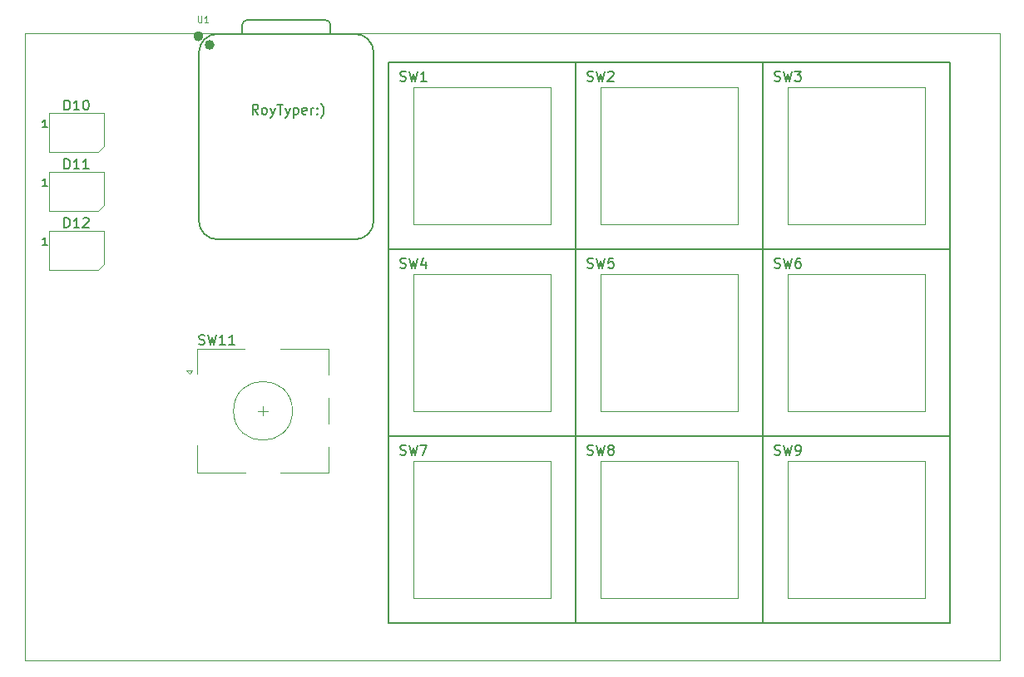
<source format=gbr>
%TF.GenerationSoftware,KiCad,Pcbnew,8.0.8*%
%TF.CreationDate,2025-02-16T15:54:53+05:30*%
%TF.ProjectId,RoyTyper,526f7954-7970-4657-922e-6b696361645f,rev?*%
%TF.SameCoordinates,Original*%
%TF.FileFunction,Legend,Top*%
%TF.FilePolarity,Positive*%
%FSLAX46Y46*%
G04 Gerber Fmt 4.6, Leading zero omitted, Abs format (unit mm)*
G04 Created by KiCad (PCBNEW 8.0.8) date 2025-02-16 15:54:53*
%MOMM*%
%LPD*%
G01*
G04 APERTURE LIST*
%ADD10C,0.150000*%
%ADD11C,0.101600*%
%ADD12C,0.120000*%
%ADD13C,0.127000*%
%ADD14C,0.100000*%
%ADD15C,0.504000*%
%TA.AperFunction,Profile*%
%ADD16C,0.050000*%
%TD*%
G04 APERTURE END LIST*
D10*
X57260714Y-77154819D02*
X57260714Y-76154819D01*
X57260714Y-76154819D02*
X57498809Y-76154819D01*
X57498809Y-76154819D02*
X57641666Y-76202438D01*
X57641666Y-76202438D02*
X57736904Y-76297676D01*
X57736904Y-76297676D02*
X57784523Y-76392914D01*
X57784523Y-76392914D02*
X57832142Y-76583390D01*
X57832142Y-76583390D02*
X57832142Y-76726247D01*
X57832142Y-76726247D02*
X57784523Y-76916723D01*
X57784523Y-76916723D02*
X57736904Y-77011961D01*
X57736904Y-77011961D02*
X57641666Y-77107200D01*
X57641666Y-77107200D02*
X57498809Y-77154819D01*
X57498809Y-77154819D02*
X57260714Y-77154819D01*
X58784523Y-77154819D02*
X58213095Y-77154819D01*
X58498809Y-77154819D02*
X58498809Y-76154819D01*
X58498809Y-76154819D02*
X58403571Y-76297676D01*
X58403571Y-76297676D02*
X58308333Y-76392914D01*
X58308333Y-76392914D02*
X58213095Y-76440533D01*
X59165476Y-76250057D02*
X59213095Y-76202438D01*
X59213095Y-76202438D02*
X59308333Y-76154819D01*
X59308333Y-76154819D02*
X59546428Y-76154819D01*
X59546428Y-76154819D02*
X59641666Y-76202438D01*
X59641666Y-76202438D02*
X59689285Y-76250057D01*
X59689285Y-76250057D02*
X59736904Y-76345295D01*
X59736904Y-76345295D02*
X59736904Y-76440533D01*
X59736904Y-76440533D02*
X59689285Y-76583390D01*
X59689285Y-76583390D02*
X59117857Y-77154819D01*
X59117857Y-77154819D02*
X59736904Y-77154819D01*
X55503571Y-78937295D02*
X55046428Y-78937295D01*
X55275000Y-78937295D02*
X55275000Y-78137295D01*
X55275000Y-78137295D02*
X55198809Y-78251580D01*
X55198809Y-78251580D02*
X55122619Y-78327771D01*
X55122619Y-78327771D02*
X55046428Y-78365866D01*
X129556667Y-62177200D02*
X129699524Y-62224819D01*
X129699524Y-62224819D02*
X129937619Y-62224819D01*
X129937619Y-62224819D02*
X130032857Y-62177200D01*
X130032857Y-62177200D02*
X130080476Y-62129580D01*
X130080476Y-62129580D02*
X130128095Y-62034342D01*
X130128095Y-62034342D02*
X130128095Y-61939104D01*
X130128095Y-61939104D02*
X130080476Y-61843866D01*
X130080476Y-61843866D02*
X130032857Y-61796247D01*
X130032857Y-61796247D02*
X129937619Y-61748628D01*
X129937619Y-61748628D02*
X129747143Y-61701009D01*
X129747143Y-61701009D02*
X129651905Y-61653390D01*
X129651905Y-61653390D02*
X129604286Y-61605771D01*
X129604286Y-61605771D02*
X129556667Y-61510533D01*
X129556667Y-61510533D02*
X129556667Y-61415295D01*
X129556667Y-61415295D02*
X129604286Y-61320057D01*
X129604286Y-61320057D02*
X129651905Y-61272438D01*
X129651905Y-61272438D02*
X129747143Y-61224819D01*
X129747143Y-61224819D02*
X129985238Y-61224819D01*
X129985238Y-61224819D02*
X130128095Y-61272438D01*
X130461429Y-61224819D02*
X130699524Y-62224819D01*
X130699524Y-62224819D02*
X130890000Y-61510533D01*
X130890000Y-61510533D02*
X131080476Y-62224819D01*
X131080476Y-62224819D02*
X131318572Y-61224819D01*
X131604286Y-61224819D02*
X132223333Y-61224819D01*
X132223333Y-61224819D02*
X131890000Y-61605771D01*
X131890000Y-61605771D02*
X132032857Y-61605771D01*
X132032857Y-61605771D02*
X132128095Y-61653390D01*
X132128095Y-61653390D02*
X132175714Y-61701009D01*
X132175714Y-61701009D02*
X132223333Y-61796247D01*
X132223333Y-61796247D02*
X132223333Y-62034342D01*
X132223333Y-62034342D02*
X132175714Y-62129580D01*
X132175714Y-62129580D02*
X132128095Y-62177200D01*
X132128095Y-62177200D02*
X132032857Y-62224819D01*
X132032857Y-62224819D02*
X131747143Y-62224819D01*
X131747143Y-62224819D02*
X131651905Y-62177200D01*
X131651905Y-62177200D02*
X131604286Y-62129580D01*
X129556667Y-81227200D02*
X129699524Y-81274819D01*
X129699524Y-81274819D02*
X129937619Y-81274819D01*
X129937619Y-81274819D02*
X130032857Y-81227200D01*
X130032857Y-81227200D02*
X130080476Y-81179580D01*
X130080476Y-81179580D02*
X130128095Y-81084342D01*
X130128095Y-81084342D02*
X130128095Y-80989104D01*
X130128095Y-80989104D02*
X130080476Y-80893866D01*
X130080476Y-80893866D02*
X130032857Y-80846247D01*
X130032857Y-80846247D02*
X129937619Y-80798628D01*
X129937619Y-80798628D02*
X129747143Y-80751009D01*
X129747143Y-80751009D02*
X129651905Y-80703390D01*
X129651905Y-80703390D02*
X129604286Y-80655771D01*
X129604286Y-80655771D02*
X129556667Y-80560533D01*
X129556667Y-80560533D02*
X129556667Y-80465295D01*
X129556667Y-80465295D02*
X129604286Y-80370057D01*
X129604286Y-80370057D02*
X129651905Y-80322438D01*
X129651905Y-80322438D02*
X129747143Y-80274819D01*
X129747143Y-80274819D02*
X129985238Y-80274819D01*
X129985238Y-80274819D02*
X130128095Y-80322438D01*
X130461429Y-80274819D02*
X130699524Y-81274819D01*
X130699524Y-81274819D02*
X130890000Y-80560533D01*
X130890000Y-80560533D02*
X131080476Y-81274819D01*
X131080476Y-81274819D02*
X131318572Y-80274819D01*
X132128095Y-80274819D02*
X131937619Y-80274819D01*
X131937619Y-80274819D02*
X131842381Y-80322438D01*
X131842381Y-80322438D02*
X131794762Y-80370057D01*
X131794762Y-80370057D02*
X131699524Y-80512914D01*
X131699524Y-80512914D02*
X131651905Y-80703390D01*
X131651905Y-80703390D02*
X131651905Y-81084342D01*
X131651905Y-81084342D02*
X131699524Y-81179580D01*
X131699524Y-81179580D02*
X131747143Y-81227200D01*
X131747143Y-81227200D02*
X131842381Y-81274819D01*
X131842381Y-81274819D02*
X132032857Y-81274819D01*
X132032857Y-81274819D02*
X132128095Y-81227200D01*
X132128095Y-81227200D02*
X132175714Y-81179580D01*
X132175714Y-81179580D02*
X132223333Y-81084342D01*
X132223333Y-81084342D02*
X132223333Y-80846247D01*
X132223333Y-80846247D02*
X132175714Y-80751009D01*
X132175714Y-80751009D02*
X132128095Y-80703390D01*
X132128095Y-80703390D02*
X132032857Y-80655771D01*
X132032857Y-80655771D02*
X131842381Y-80655771D01*
X131842381Y-80655771D02*
X131747143Y-80703390D01*
X131747143Y-80703390D02*
X131699524Y-80751009D01*
X131699524Y-80751009D02*
X131651905Y-80846247D01*
X91456667Y-62177200D02*
X91599524Y-62224819D01*
X91599524Y-62224819D02*
X91837619Y-62224819D01*
X91837619Y-62224819D02*
X91932857Y-62177200D01*
X91932857Y-62177200D02*
X91980476Y-62129580D01*
X91980476Y-62129580D02*
X92028095Y-62034342D01*
X92028095Y-62034342D02*
X92028095Y-61939104D01*
X92028095Y-61939104D02*
X91980476Y-61843866D01*
X91980476Y-61843866D02*
X91932857Y-61796247D01*
X91932857Y-61796247D02*
X91837619Y-61748628D01*
X91837619Y-61748628D02*
X91647143Y-61701009D01*
X91647143Y-61701009D02*
X91551905Y-61653390D01*
X91551905Y-61653390D02*
X91504286Y-61605771D01*
X91504286Y-61605771D02*
X91456667Y-61510533D01*
X91456667Y-61510533D02*
X91456667Y-61415295D01*
X91456667Y-61415295D02*
X91504286Y-61320057D01*
X91504286Y-61320057D02*
X91551905Y-61272438D01*
X91551905Y-61272438D02*
X91647143Y-61224819D01*
X91647143Y-61224819D02*
X91885238Y-61224819D01*
X91885238Y-61224819D02*
X92028095Y-61272438D01*
X92361429Y-61224819D02*
X92599524Y-62224819D01*
X92599524Y-62224819D02*
X92790000Y-61510533D01*
X92790000Y-61510533D02*
X92980476Y-62224819D01*
X92980476Y-62224819D02*
X93218572Y-61224819D01*
X94123333Y-62224819D02*
X93551905Y-62224819D01*
X93837619Y-62224819D02*
X93837619Y-61224819D01*
X93837619Y-61224819D02*
X93742381Y-61367676D01*
X93742381Y-61367676D02*
X93647143Y-61462914D01*
X93647143Y-61462914D02*
X93551905Y-61510533D01*
X91456667Y-81227200D02*
X91599524Y-81274819D01*
X91599524Y-81274819D02*
X91837619Y-81274819D01*
X91837619Y-81274819D02*
X91932857Y-81227200D01*
X91932857Y-81227200D02*
X91980476Y-81179580D01*
X91980476Y-81179580D02*
X92028095Y-81084342D01*
X92028095Y-81084342D02*
X92028095Y-80989104D01*
X92028095Y-80989104D02*
X91980476Y-80893866D01*
X91980476Y-80893866D02*
X91932857Y-80846247D01*
X91932857Y-80846247D02*
X91837619Y-80798628D01*
X91837619Y-80798628D02*
X91647143Y-80751009D01*
X91647143Y-80751009D02*
X91551905Y-80703390D01*
X91551905Y-80703390D02*
X91504286Y-80655771D01*
X91504286Y-80655771D02*
X91456667Y-80560533D01*
X91456667Y-80560533D02*
X91456667Y-80465295D01*
X91456667Y-80465295D02*
X91504286Y-80370057D01*
X91504286Y-80370057D02*
X91551905Y-80322438D01*
X91551905Y-80322438D02*
X91647143Y-80274819D01*
X91647143Y-80274819D02*
X91885238Y-80274819D01*
X91885238Y-80274819D02*
X92028095Y-80322438D01*
X92361429Y-80274819D02*
X92599524Y-81274819D01*
X92599524Y-81274819D02*
X92790000Y-80560533D01*
X92790000Y-80560533D02*
X92980476Y-81274819D01*
X92980476Y-81274819D02*
X93218572Y-80274819D01*
X94028095Y-80608152D02*
X94028095Y-81274819D01*
X93790000Y-80227200D02*
X93551905Y-80941485D01*
X93551905Y-80941485D02*
X94170952Y-80941485D01*
X110506667Y-81227200D02*
X110649524Y-81274819D01*
X110649524Y-81274819D02*
X110887619Y-81274819D01*
X110887619Y-81274819D02*
X110982857Y-81227200D01*
X110982857Y-81227200D02*
X111030476Y-81179580D01*
X111030476Y-81179580D02*
X111078095Y-81084342D01*
X111078095Y-81084342D02*
X111078095Y-80989104D01*
X111078095Y-80989104D02*
X111030476Y-80893866D01*
X111030476Y-80893866D02*
X110982857Y-80846247D01*
X110982857Y-80846247D02*
X110887619Y-80798628D01*
X110887619Y-80798628D02*
X110697143Y-80751009D01*
X110697143Y-80751009D02*
X110601905Y-80703390D01*
X110601905Y-80703390D02*
X110554286Y-80655771D01*
X110554286Y-80655771D02*
X110506667Y-80560533D01*
X110506667Y-80560533D02*
X110506667Y-80465295D01*
X110506667Y-80465295D02*
X110554286Y-80370057D01*
X110554286Y-80370057D02*
X110601905Y-80322438D01*
X110601905Y-80322438D02*
X110697143Y-80274819D01*
X110697143Y-80274819D02*
X110935238Y-80274819D01*
X110935238Y-80274819D02*
X111078095Y-80322438D01*
X111411429Y-80274819D02*
X111649524Y-81274819D01*
X111649524Y-81274819D02*
X111840000Y-80560533D01*
X111840000Y-80560533D02*
X112030476Y-81274819D01*
X112030476Y-81274819D02*
X112268572Y-80274819D01*
X113125714Y-80274819D02*
X112649524Y-80274819D01*
X112649524Y-80274819D02*
X112601905Y-80751009D01*
X112601905Y-80751009D02*
X112649524Y-80703390D01*
X112649524Y-80703390D02*
X112744762Y-80655771D01*
X112744762Y-80655771D02*
X112982857Y-80655771D01*
X112982857Y-80655771D02*
X113078095Y-80703390D01*
X113078095Y-80703390D02*
X113125714Y-80751009D01*
X113125714Y-80751009D02*
X113173333Y-80846247D01*
X113173333Y-80846247D02*
X113173333Y-81084342D01*
X113173333Y-81084342D02*
X113125714Y-81179580D01*
X113125714Y-81179580D02*
X113078095Y-81227200D01*
X113078095Y-81227200D02*
X112982857Y-81274819D01*
X112982857Y-81274819D02*
X112744762Y-81274819D01*
X112744762Y-81274819D02*
X112649524Y-81227200D01*
X112649524Y-81227200D02*
X112601905Y-81179580D01*
X110506667Y-62177200D02*
X110649524Y-62224819D01*
X110649524Y-62224819D02*
X110887619Y-62224819D01*
X110887619Y-62224819D02*
X110982857Y-62177200D01*
X110982857Y-62177200D02*
X111030476Y-62129580D01*
X111030476Y-62129580D02*
X111078095Y-62034342D01*
X111078095Y-62034342D02*
X111078095Y-61939104D01*
X111078095Y-61939104D02*
X111030476Y-61843866D01*
X111030476Y-61843866D02*
X110982857Y-61796247D01*
X110982857Y-61796247D02*
X110887619Y-61748628D01*
X110887619Y-61748628D02*
X110697143Y-61701009D01*
X110697143Y-61701009D02*
X110601905Y-61653390D01*
X110601905Y-61653390D02*
X110554286Y-61605771D01*
X110554286Y-61605771D02*
X110506667Y-61510533D01*
X110506667Y-61510533D02*
X110506667Y-61415295D01*
X110506667Y-61415295D02*
X110554286Y-61320057D01*
X110554286Y-61320057D02*
X110601905Y-61272438D01*
X110601905Y-61272438D02*
X110697143Y-61224819D01*
X110697143Y-61224819D02*
X110935238Y-61224819D01*
X110935238Y-61224819D02*
X111078095Y-61272438D01*
X111411429Y-61224819D02*
X111649524Y-62224819D01*
X111649524Y-62224819D02*
X111840000Y-61510533D01*
X111840000Y-61510533D02*
X112030476Y-62224819D01*
X112030476Y-62224819D02*
X112268572Y-61224819D01*
X112601905Y-61320057D02*
X112649524Y-61272438D01*
X112649524Y-61272438D02*
X112744762Y-61224819D01*
X112744762Y-61224819D02*
X112982857Y-61224819D01*
X112982857Y-61224819D02*
X113078095Y-61272438D01*
X113078095Y-61272438D02*
X113125714Y-61320057D01*
X113125714Y-61320057D02*
X113173333Y-61415295D01*
X113173333Y-61415295D02*
X113173333Y-61510533D01*
X113173333Y-61510533D02*
X113125714Y-61653390D01*
X113125714Y-61653390D02*
X112554286Y-62224819D01*
X112554286Y-62224819D02*
X113173333Y-62224819D01*
X70965476Y-89032200D02*
X71108333Y-89079819D01*
X71108333Y-89079819D02*
X71346428Y-89079819D01*
X71346428Y-89079819D02*
X71441666Y-89032200D01*
X71441666Y-89032200D02*
X71489285Y-88984580D01*
X71489285Y-88984580D02*
X71536904Y-88889342D01*
X71536904Y-88889342D02*
X71536904Y-88794104D01*
X71536904Y-88794104D02*
X71489285Y-88698866D01*
X71489285Y-88698866D02*
X71441666Y-88651247D01*
X71441666Y-88651247D02*
X71346428Y-88603628D01*
X71346428Y-88603628D02*
X71155952Y-88556009D01*
X71155952Y-88556009D02*
X71060714Y-88508390D01*
X71060714Y-88508390D02*
X71013095Y-88460771D01*
X71013095Y-88460771D02*
X70965476Y-88365533D01*
X70965476Y-88365533D02*
X70965476Y-88270295D01*
X70965476Y-88270295D02*
X71013095Y-88175057D01*
X71013095Y-88175057D02*
X71060714Y-88127438D01*
X71060714Y-88127438D02*
X71155952Y-88079819D01*
X71155952Y-88079819D02*
X71394047Y-88079819D01*
X71394047Y-88079819D02*
X71536904Y-88127438D01*
X71870238Y-88079819D02*
X72108333Y-89079819D01*
X72108333Y-89079819D02*
X72298809Y-88365533D01*
X72298809Y-88365533D02*
X72489285Y-89079819D01*
X72489285Y-89079819D02*
X72727381Y-88079819D01*
X73632142Y-89079819D02*
X73060714Y-89079819D01*
X73346428Y-89079819D02*
X73346428Y-88079819D01*
X73346428Y-88079819D02*
X73251190Y-88222676D01*
X73251190Y-88222676D02*
X73155952Y-88317914D01*
X73155952Y-88317914D02*
X73060714Y-88365533D01*
X74584523Y-89079819D02*
X74013095Y-89079819D01*
X74298809Y-89079819D02*
X74298809Y-88079819D01*
X74298809Y-88079819D02*
X74203571Y-88222676D01*
X74203571Y-88222676D02*
X74108333Y-88317914D01*
X74108333Y-88317914D02*
X74013095Y-88365533D01*
X129556667Y-100277200D02*
X129699524Y-100324819D01*
X129699524Y-100324819D02*
X129937619Y-100324819D01*
X129937619Y-100324819D02*
X130032857Y-100277200D01*
X130032857Y-100277200D02*
X130080476Y-100229580D01*
X130080476Y-100229580D02*
X130128095Y-100134342D01*
X130128095Y-100134342D02*
X130128095Y-100039104D01*
X130128095Y-100039104D02*
X130080476Y-99943866D01*
X130080476Y-99943866D02*
X130032857Y-99896247D01*
X130032857Y-99896247D02*
X129937619Y-99848628D01*
X129937619Y-99848628D02*
X129747143Y-99801009D01*
X129747143Y-99801009D02*
X129651905Y-99753390D01*
X129651905Y-99753390D02*
X129604286Y-99705771D01*
X129604286Y-99705771D02*
X129556667Y-99610533D01*
X129556667Y-99610533D02*
X129556667Y-99515295D01*
X129556667Y-99515295D02*
X129604286Y-99420057D01*
X129604286Y-99420057D02*
X129651905Y-99372438D01*
X129651905Y-99372438D02*
X129747143Y-99324819D01*
X129747143Y-99324819D02*
X129985238Y-99324819D01*
X129985238Y-99324819D02*
X130128095Y-99372438D01*
X130461429Y-99324819D02*
X130699524Y-100324819D01*
X130699524Y-100324819D02*
X130890000Y-99610533D01*
X130890000Y-99610533D02*
X131080476Y-100324819D01*
X131080476Y-100324819D02*
X131318572Y-99324819D01*
X131747143Y-100324819D02*
X131937619Y-100324819D01*
X131937619Y-100324819D02*
X132032857Y-100277200D01*
X132032857Y-100277200D02*
X132080476Y-100229580D01*
X132080476Y-100229580D02*
X132175714Y-100086723D01*
X132175714Y-100086723D02*
X132223333Y-99896247D01*
X132223333Y-99896247D02*
X132223333Y-99515295D01*
X132223333Y-99515295D02*
X132175714Y-99420057D01*
X132175714Y-99420057D02*
X132128095Y-99372438D01*
X132128095Y-99372438D02*
X132032857Y-99324819D01*
X132032857Y-99324819D02*
X131842381Y-99324819D01*
X131842381Y-99324819D02*
X131747143Y-99372438D01*
X131747143Y-99372438D02*
X131699524Y-99420057D01*
X131699524Y-99420057D02*
X131651905Y-99515295D01*
X131651905Y-99515295D02*
X131651905Y-99753390D01*
X131651905Y-99753390D02*
X131699524Y-99848628D01*
X131699524Y-99848628D02*
X131747143Y-99896247D01*
X131747143Y-99896247D02*
X131842381Y-99943866D01*
X131842381Y-99943866D02*
X132032857Y-99943866D01*
X132032857Y-99943866D02*
X132128095Y-99896247D01*
X132128095Y-99896247D02*
X132175714Y-99848628D01*
X132175714Y-99848628D02*
X132223333Y-99753390D01*
X91456667Y-100277200D02*
X91599524Y-100324819D01*
X91599524Y-100324819D02*
X91837619Y-100324819D01*
X91837619Y-100324819D02*
X91932857Y-100277200D01*
X91932857Y-100277200D02*
X91980476Y-100229580D01*
X91980476Y-100229580D02*
X92028095Y-100134342D01*
X92028095Y-100134342D02*
X92028095Y-100039104D01*
X92028095Y-100039104D02*
X91980476Y-99943866D01*
X91980476Y-99943866D02*
X91932857Y-99896247D01*
X91932857Y-99896247D02*
X91837619Y-99848628D01*
X91837619Y-99848628D02*
X91647143Y-99801009D01*
X91647143Y-99801009D02*
X91551905Y-99753390D01*
X91551905Y-99753390D02*
X91504286Y-99705771D01*
X91504286Y-99705771D02*
X91456667Y-99610533D01*
X91456667Y-99610533D02*
X91456667Y-99515295D01*
X91456667Y-99515295D02*
X91504286Y-99420057D01*
X91504286Y-99420057D02*
X91551905Y-99372438D01*
X91551905Y-99372438D02*
X91647143Y-99324819D01*
X91647143Y-99324819D02*
X91885238Y-99324819D01*
X91885238Y-99324819D02*
X92028095Y-99372438D01*
X92361429Y-99324819D02*
X92599524Y-100324819D01*
X92599524Y-100324819D02*
X92790000Y-99610533D01*
X92790000Y-99610533D02*
X92980476Y-100324819D01*
X92980476Y-100324819D02*
X93218572Y-99324819D01*
X93504286Y-99324819D02*
X94170952Y-99324819D01*
X94170952Y-99324819D02*
X93742381Y-100324819D01*
X57260714Y-71154819D02*
X57260714Y-70154819D01*
X57260714Y-70154819D02*
X57498809Y-70154819D01*
X57498809Y-70154819D02*
X57641666Y-70202438D01*
X57641666Y-70202438D02*
X57736904Y-70297676D01*
X57736904Y-70297676D02*
X57784523Y-70392914D01*
X57784523Y-70392914D02*
X57832142Y-70583390D01*
X57832142Y-70583390D02*
X57832142Y-70726247D01*
X57832142Y-70726247D02*
X57784523Y-70916723D01*
X57784523Y-70916723D02*
X57736904Y-71011961D01*
X57736904Y-71011961D02*
X57641666Y-71107200D01*
X57641666Y-71107200D02*
X57498809Y-71154819D01*
X57498809Y-71154819D02*
X57260714Y-71154819D01*
X58784523Y-71154819D02*
X58213095Y-71154819D01*
X58498809Y-71154819D02*
X58498809Y-70154819D01*
X58498809Y-70154819D02*
X58403571Y-70297676D01*
X58403571Y-70297676D02*
X58308333Y-70392914D01*
X58308333Y-70392914D02*
X58213095Y-70440533D01*
X59736904Y-71154819D02*
X59165476Y-71154819D01*
X59451190Y-71154819D02*
X59451190Y-70154819D01*
X59451190Y-70154819D02*
X59355952Y-70297676D01*
X59355952Y-70297676D02*
X59260714Y-70392914D01*
X59260714Y-70392914D02*
X59165476Y-70440533D01*
X55503571Y-72937295D02*
X55046428Y-72937295D01*
X55275000Y-72937295D02*
X55275000Y-72137295D01*
X55275000Y-72137295D02*
X55198809Y-72251580D01*
X55198809Y-72251580D02*
X55122619Y-72327771D01*
X55122619Y-72327771D02*
X55046428Y-72365866D01*
X110506667Y-100277200D02*
X110649524Y-100324819D01*
X110649524Y-100324819D02*
X110887619Y-100324819D01*
X110887619Y-100324819D02*
X110982857Y-100277200D01*
X110982857Y-100277200D02*
X111030476Y-100229580D01*
X111030476Y-100229580D02*
X111078095Y-100134342D01*
X111078095Y-100134342D02*
X111078095Y-100039104D01*
X111078095Y-100039104D02*
X111030476Y-99943866D01*
X111030476Y-99943866D02*
X110982857Y-99896247D01*
X110982857Y-99896247D02*
X110887619Y-99848628D01*
X110887619Y-99848628D02*
X110697143Y-99801009D01*
X110697143Y-99801009D02*
X110601905Y-99753390D01*
X110601905Y-99753390D02*
X110554286Y-99705771D01*
X110554286Y-99705771D02*
X110506667Y-99610533D01*
X110506667Y-99610533D02*
X110506667Y-99515295D01*
X110506667Y-99515295D02*
X110554286Y-99420057D01*
X110554286Y-99420057D02*
X110601905Y-99372438D01*
X110601905Y-99372438D02*
X110697143Y-99324819D01*
X110697143Y-99324819D02*
X110935238Y-99324819D01*
X110935238Y-99324819D02*
X111078095Y-99372438D01*
X111411429Y-99324819D02*
X111649524Y-100324819D01*
X111649524Y-100324819D02*
X111840000Y-99610533D01*
X111840000Y-99610533D02*
X112030476Y-100324819D01*
X112030476Y-100324819D02*
X112268572Y-99324819D01*
X112792381Y-99753390D02*
X112697143Y-99705771D01*
X112697143Y-99705771D02*
X112649524Y-99658152D01*
X112649524Y-99658152D02*
X112601905Y-99562914D01*
X112601905Y-99562914D02*
X112601905Y-99515295D01*
X112601905Y-99515295D02*
X112649524Y-99420057D01*
X112649524Y-99420057D02*
X112697143Y-99372438D01*
X112697143Y-99372438D02*
X112792381Y-99324819D01*
X112792381Y-99324819D02*
X112982857Y-99324819D01*
X112982857Y-99324819D02*
X113078095Y-99372438D01*
X113078095Y-99372438D02*
X113125714Y-99420057D01*
X113125714Y-99420057D02*
X113173333Y-99515295D01*
X113173333Y-99515295D02*
X113173333Y-99562914D01*
X113173333Y-99562914D02*
X113125714Y-99658152D01*
X113125714Y-99658152D02*
X113078095Y-99705771D01*
X113078095Y-99705771D02*
X112982857Y-99753390D01*
X112982857Y-99753390D02*
X112792381Y-99753390D01*
X112792381Y-99753390D02*
X112697143Y-99801009D01*
X112697143Y-99801009D02*
X112649524Y-99848628D01*
X112649524Y-99848628D02*
X112601905Y-99943866D01*
X112601905Y-99943866D02*
X112601905Y-100134342D01*
X112601905Y-100134342D02*
X112649524Y-100229580D01*
X112649524Y-100229580D02*
X112697143Y-100277200D01*
X112697143Y-100277200D02*
X112792381Y-100324819D01*
X112792381Y-100324819D02*
X112982857Y-100324819D01*
X112982857Y-100324819D02*
X113078095Y-100277200D01*
X113078095Y-100277200D02*
X113125714Y-100229580D01*
X113125714Y-100229580D02*
X113173333Y-100134342D01*
X113173333Y-100134342D02*
X113173333Y-99943866D01*
X113173333Y-99943866D02*
X113125714Y-99848628D01*
X113125714Y-99848628D02*
X113078095Y-99801009D01*
X113078095Y-99801009D02*
X112982857Y-99753390D01*
X57260714Y-65154819D02*
X57260714Y-64154819D01*
X57260714Y-64154819D02*
X57498809Y-64154819D01*
X57498809Y-64154819D02*
X57641666Y-64202438D01*
X57641666Y-64202438D02*
X57736904Y-64297676D01*
X57736904Y-64297676D02*
X57784523Y-64392914D01*
X57784523Y-64392914D02*
X57832142Y-64583390D01*
X57832142Y-64583390D02*
X57832142Y-64726247D01*
X57832142Y-64726247D02*
X57784523Y-64916723D01*
X57784523Y-64916723D02*
X57736904Y-65011961D01*
X57736904Y-65011961D02*
X57641666Y-65107200D01*
X57641666Y-65107200D02*
X57498809Y-65154819D01*
X57498809Y-65154819D02*
X57260714Y-65154819D01*
X58784523Y-65154819D02*
X58213095Y-65154819D01*
X58498809Y-65154819D02*
X58498809Y-64154819D01*
X58498809Y-64154819D02*
X58403571Y-64297676D01*
X58403571Y-64297676D02*
X58308333Y-64392914D01*
X58308333Y-64392914D02*
X58213095Y-64440533D01*
X59403571Y-64154819D02*
X59498809Y-64154819D01*
X59498809Y-64154819D02*
X59594047Y-64202438D01*
X59594047Y-64202438D02*
X59641666Y-64250057D01*
X59641666Y-64250057D02*
X59689285Y-64345295D01*
X59689285Y-64345295D02*
X59736904Y-64535771D01*
X59736904Y-64535771D02*
X59736904Y-64773866D01*
X59736904Y-64773866D02*
X59689285Y-64964342D01*
X59689285Y-64964342D02*
X59641666Y-65059580D01*
X59641666Y-65059580D02*
X59594047Y-65107200D01*
X59594047Y-65107200D02*
X59498809Y-65154819D01*
X59498809Y-65154819D02*
X59403571Y-65154819D01*
X59403571Y-65154819D02*
X59308333Y-65107200D01*
X59308333Y-65107200D02*
X59260714Y-65059580D01*
X59260714Y-65059580D02*
X59213095Y-64964342D01*
X59213095Y-64964342D02*
X59165476Y-64773866D01*
X59165476Y-64773866D02*
X59165476Y-64535771D01*
X59165476Y-64535771D02*
X59213095Y-64345295D01*
X59213095Y-64345295D02*
X59260714Y-64250057D01*
X59260714Y-64250057D02*
X59308333Y-64202438D01*
X59308333Y-64202438D02*
X59403571Y-64154819D01*
X55503571Y-66937295D02*
X55046428Y-66937295D01*
X55275000Y-66937295D02*
X55275000Y-66137295D01*
X55275000Y-66137295D02*
X55198809Y-66251580D01*
X55198809Y-66251580D02*
X55122619Y-66327771D01*
X55122619Y-66327771D02*
X55046428Y-66365866D01*
D11*
X70861190Y-55598479D02*
X70861190Y-56112526D01*
X70861190Y-56112526D02*
X70891428Y-56173002D01*
X70891428Y-56173002D02*
X70921666Y-56203241D01*
X70921666Y-56203241D02*
X70982142Y-56233479D01*
X70982142Y-56233479D02*
X71103095Y-56233479D01*
X71103095Y-56233479D02*
X71163571Y-56203241D01*
X71163571Y-56203241D02*
X71193809Y-56173002D01*
X71193809Y-56173002D02*
X71224047Y-56112526D01*
X71224047Y-56112526D02*
X71224047Y-55598479D01*
X71859047Y-56233479D02*
X71496190Y-56233479D01*
X71677618Y-56233479D02*
X71677618Y-55598479D01*
X71677618Y-55598479D02*
X71617142Y-55689193D01*
X71617142Y-55689193D02*
X71556666Y-55749669D01*
X71556666Y-55749669D02*
X71496190Y-55779907D01*
D12*
%TO.C,D12*%
X55675000Y-77450000D02*
X55675000Y-81450000D01*
X55675000Y-77450000D02*
X61275000Y-77450000D01*
X55675000Y-81450000D02*
X60675000Y-81450000D01*
X61275000Y-80850000D02*
X60675000Y-81450000D01*
X61275000Y-80850000D02*
X61275000Y-77450000D01*
%TO.C,SW3*%
X130865000Y-62865000D02*
X144835000Y-62865000D01*
X130865000Y-76835000D02*
X130865000Y-62865000D01*
X144835000Y-62865000D02*
X144835000Y-76835000D01*
X144835000Y-76835000D02*
X130865000Y-76835000D01*
%TO.C,SW6*%
X130865000Y-81915000D02*
X144835000Y-81915000D01*
X130865000Y-95885000D02*
X130865000Y-81915000D01*
X144835000Y-81915000D02*
X144835000Y-95885000D01*
X144835000Y-95885000D02*
X130865000Y-95885000D01*
%TO.C,SW1*%
X92765000Y-62865000D02*
X106735000Y-62865000D01*
X92765000Y-76835000D02*
X92765000Y-62865000D01*
X106735000Y-62865000D02*
X106735000Y-76835000D01*
X106735000Y-76835000D02*
X92765000Y-76835000D01*
%TO.C,SW4*%
X92765000Y-81915000D02*
X106735000Y-81915000D01*
X92765000Y-95885000D02*
X92765000Y-81915000D01*
X106735000Y-81915000D02*
X106735000Y-95885000D01*
X106735000Y-95885000D02*
X92765000Y-95885000D01*
%TO.C,SW5*%
X111815000Y-81915000D02*
X125785000Y-81915000D01*
X111815000Y-95885000D02*
X111815000Y-81915000D01*
X125785000Y-81915000D02*
X125785000Y-95885000D01*
X125785000Y-95885000D02*
X111815000Y-95885000D01*
%TO.C,SW2*%
X111815000Y-62865000D02*
X125785000Y-62865000D01*
X111815000Y-76835000D02*
X111815000Y-62865000D01*
X125785000Y-62865000D02*
X125785000Y-76835000D01*
X125785000Y-76835000D02*
X111815000Y-76835000D01*
%TO.C,SW11*%
X69675000Y-91725000D02*
X70275000Y-91725000D01*
X69975000Y-92025000D02*
X69675000Y-91725000D01*
X70275000Y-91725000D02*
X69975000Y-92025000D01*
X70775000Y-89525000D02*
X70775000Y-92025000D01*
X70775000Y-102125000D02*
X70775000Y-99325000D01*
X75575000Y-89525000D02*
X70775000Y-89525000D01*
X75675000Y-102125000D02*
X70775000Y-102125000D01*
X76975000Y-95825000D02*
X77975000Y-95825000D01*
X77475000Y-95325000D02*
X77475000Y-96325000D01*
X79275000Y-89525000D02*
X84175000Y-89525000D01*
X84175000Y-89525000D02*
X84175000Y-92125000D01*
X84175000Y-94525000D02*
X84175000Y-97125000D01*
X84175000Y-99525000D02*
X84175000Y-102125000D01*
X84175000Y-102125000D02*
X79275000Y-102125000D01*
X80475000Y-95825000D02*
G75*
G02*
X74475000Y-95825000I-3000000J0D01*
G01*
X74475000Y-95825000D02*
G75*
G02*
X80475000Y-95825000I3000000J0D01*
G01*
%TO.C,SW9*%
X130865000Y-100965000D02*
X144835000Y-100965000D01*
X130865000Y-114935000D02*
X130865000Y-100965000D01*
X144835000Y-100965000D02*
X144835000Y-114935000D01*
X144835000Y-114935000D02*
X130865000Y-114935000D01*
%TO.C,SW7*%
X92765000Y-100965000D02*
X106735000Y-100965000D01*
X92765000Y-114935000D02*
X92765000Y-100965000D01*
X106735000Y-100965000D02*
X106735000Y-114935000D01*
X106735000Y-114935000D02*
X92765000Y-114935000D01*
%TO.C,D11*%
X55675000Y-71450000D02*
X55675000Y-75450000D01*
X55675000Y-71450000D02*
X61275000Y-71450000D01*
X55675000Y-75450000D02*
X60675000Y-75450000D01*
X61275000Y-74850000D02*
X60675000Y-75450000D01*
X61275000Y-74850000D02*
X61275000Y-71450000D01*
%TO.C,SW8*%
X111815000Y-100965000D02*
X125785000Y-100965000D01*
X111815000Y-114935000D02*
X111815000Y-100965000D01*
X125785000Y-100965000D02*
X125785000Y-114935000D01*
X125785000Y-114935000D02*
X111815000Y-114935000D01*
%TO.C,D10*%
X55675000Y-65450000D02*
X55675000Y-69450000D01*
X55675000Y-65450000D02*
X61275000Y-65450000D01*
X55675000Y-69450000D02*
X60675000Y-69450000D01*
X61275000Y-68850000D02*
X60675000Y-69450000D01*
X61275000Y-68850000D02*
X61275000Y-65450000D01*
D13*
%TO.C,U1*%
X70955000Y-76454000D02*
X70955000Y-59309000D01*
X72860000Y-78359000D02*
X86830000Y-78359000D01*
X75350000Y-57404000D02*
X75353728Y-56493728D01*
X75853728Y-55994000D02*
X83849000Y-55994000D01*
X84349000Y-56494000D02*
X84349000Y-57404000D01*
D14*
X86830000Y-57404000D02*
X72860000Y-57404000D01*
D13*
X86830000Y-57404000D02*
X72860000Y-57404000D01*
X88735000Y-76454000D02*
X88735000Y-59309000D01*
X70955000Y-59309000D02*
G75*
G02*
X72860000Y-57404000I1905001J-1D01*
G01*
X72860000Y-78359000D02*
G75*
G02*
X70955000Y-76454000I1J1905001D01*
G01*
X75353728Y-56493728D02*
G75*
G02*
X75853728Y-55994001I500018J-291D01*
G01*
X83849000Y-55994000D02*
G75*
G02*
X84349000Y-56494000I0J-500000D01*
G01*
X86830000Y-57404000D02*
G75*
G02*
X88735000Y-59309000I0J-1905000D01*
G01*
X88735000Y-76454000D02*
G75*
G02*
X86830000Y-78359000I-1905000J0D01*
G01*
D15*
X71147000Y-57645000D02*
G75*
G02*
X70643000Y-57645000I-252000J0D01*
G01*
X70643000Y-57645000D02*
G75*
G02*
X71147000Y-57645000I252000J0D01*
G01*
X72290000Y-58525000D02*
G75*
G02*
X71786000Y-58525000I-252000J0D01*
G01*
X71786000Y-58525000D02*
G75*
G02*
X72290000Y-58525000I252000J0D01*
G01*
%TD*%
D10*
%TO.C,SW3*%
X128325000Y-60325000D02*
X147375000Y-60325000D01*
X128325000Y-79375000D02*
X128325000Y-60325000D01*
X147375000Y-60325000D02*
X147375000Y-79375000D01*
X147375000Y-79375000D02*
X128325000Y-79375000D01*
%TO.C,SW6*%
X128325000Y-79375000D02*
X147375000Y-79375000D01*
X128325000Y-98425000D02*
X128325000Y-79375000D01*
X147375000Y-79375000D02*
X147375000Y-98425000D01*
X147375000Y-98425000D02*
X128325000Y-98425000D01*
%TO.C,SW1*%
X90225000Y-60325000D02*
X109275000Y-60325000D01*
X90225000Y-79375000D02*
X90225000Y-60325000D01*
X109275000Y-60325000D02*
X109275000Y-79375000D01*
X109275000Y-79375000D02*
X90225000Y-79375000D01*
%TO.C,SW4*%
X90225000Y-79375000D02*
X109275000Y-79375000D01*
X90225000Y-98425000D02*
X90225000Y-79375000D01*
X109275000Y-79375000D02*
X109275000Y-98425000D01*
X109275000Y-98425000D02*
X90225000Y-98425000D01*
%TO.C,SW5*%
X109275000Y-79375000D02*
X128325000Y-79375000D01*
X109275000Y-98425000D02*
X109275000Y-79375000D01*
X128325000Y-79375000D02*
X128325000Y-98425000D01*
X128325000Y-98425000D02*
X109275000Y-98425000D01*
%TO.C,SW2*%
X109275000Y-60325000D02*
X128325000Y-60325000D01*
X109275000Y-79375000D02*
X109275000Y-60325000D01*
X128325000Y-60325000D02*
X128325000Y-79375000D01*
X128325000Y-79375000D02*
X109275000Y-79375000D01*
%TO.C,SW9*%
X128325000Y-98425000D02*
X147375000Y-98425000D01*
X128325000Y-117475000D02*
X128325000Y-98425000D01*
X147375000Y-98425000D02*
X147375000Y-117475000D01*
X147375000Y-117475000D02*
X128325000Y-117475000D01*
%TO.C,SW7*%
X90225000Y-98425000D02*
X109275000Y-98425000D01*
X90225000Y-117475000D02*
X90225000Y-98425000D01*
X109275000Y-98425000D02*
X109275000Y-117475000D01*
X109275000Y-117475000D02*
X90225000Y-117475000D01*
%TO.C,SW8*%
X109275000Y-98425000D02*
X128325000Y-98425000D01*
X109275000Y-117475000D02*
X109275000Y-98425000D01*
X128325000Y-98425000D02*
X128325000Y-117475000D01*
X128325000Y-117475000D02*
X109275000Y-117475000D01*
%TD*%
D16*
X53215000Y-57345000D02*
X152445000Y-57345000D01*
X152445000Y-121285000D01*
X53215000Y-121285000D01*
X53215000Y-57345000D01*
D10*
X76983207Y-65604819D02*
X76649874Y-65128628D01*
X76411779Y-65604819D02*
X76411779Y-64604819D01*
X76411779Y-64604819D02*
X76792731Y-64604819D01*
X76792731Y-64604819D02*
X76887969Y-64652438D01*
X76887969Y-64652438D02*
X76935588Y-64700057D01*
X76935588Y-64700057D02*
X76983207Y-64795295D01*
X76983207Y-64795295D02*
X76983207Y-64938152D01*
X76983207Y-64938152D02*
X76935588Y-65033390D01*
X76935588Y-65033390D02*
X76887969Y-65081009D01*
X76887969Y-65081009D02*
X76792731Y-65128628D01*
X76792731Y-65128628D02*
X76411779Y-65128628D01*
X77554636Y-65604819D02*
X77459398Y-65557200D01*
X77459398Y-65557200D02*
X77411779Y-65509580D01*
X77411779Y-65509580D02*
X77364160Y-65414342D01*
X77364160Y-65414342D02*
X77364160Y-65128628D01*
X77364160Y-65128628D02*
X77411779Y-65033390D01*
X77411779Y-65033390D02*
X77459398Y-64985771D01*
X77459398Y-64985771D02*
X77554636Y-64938152D01*
X77554636Y-64938152D02*
X77697493Y-64938152D01*
X77697493Y-64938152D02*
X77792731Y-64985771D01*
X77792731Y-64985771D02*
X77840350Y-65033390D01*
X77840350Y-65033390D02*
X77887969Y-65128628D01*
X77887969Y-65128628D02*
X77887969Y-65414342D01*
X77887969Y-65414342D02*
X77840350Y-65509580D01*
X77840350Y-65509580D02*
X77792731Y-65557200D01*
X77792731Y-65557200D02*
X77697493Y-65604819D01*
X77697493Y-65604819D02*
X77554636Y-65604819D01*
X78221303Y-64938152D02*
X78459398Y-65604819D01*
X78697493Y-64938152D02*
X78459398Y-65604819D01*
X78459398Y-65604819D02*
X78364160Y-65842914D01*
X78364160Y-65842914D02*
X78316541Y-65890533D01*
X78316541Y-65890533D02*
X78221303Y-65938152D01*
X78935589Y-64604819D02*
X79507017Y-64604819D01*
X79221303Y-65604819D02*
X79221303Y-64604819D01*
X79745113Y-64938152D02*
X79983208Y-65604819D01*
X80221303Y-64938152D02*
X79983208Y-65604819D01*
X79983208Y-65604819D02*
X79887970Y-65842914D01*
X79887970Y-65842914D02*
X79840351Y-65890533D01*
X79840351Y-65890533D02*
X79745113Y-65938152D01*
X80602256Y-64938152D02*
X80602256Y-65938152D01*
X80602256Y-64985771D02*
X80697494Y-64938152D01*
X80697494Y-64938152D02*
X80887970Y-64938152D01*
X80887970Y-64938152D02*
X80983208Y-64985771D01*
X80983208Y-64985771D02*
X81030827Y-65033390D01*
X81030827Y-65033390D02*
X81078446Y-65128628D01*
X81078446Y-65128628D02*
X81078446Y-65414342D01*
X81078446Y-65414342D02*
X81030827Y-65509580D01*
X81030827Y-65509580D02*
X80983208Y-65557200D01*
X80983208Y-65557200D02*
X80887970Y-65604819D01*
X80887970Y-65604819D02*
X80697494Y-65604819D01*
X80697494Y-65604819D02*
X80602256Y-65557200D01*
X81887970Y-65557200D02*
X81792732Y-65604819D01*
X81792732Y-65604819D02*
X81602256Y-65604819D01*
X81602256Y-65604819D02*
X81507018Y-65557200D01*
X81507018Y-65557200D02*
X81459399Y-65461961D01*
X81459399Y-65461961D02*
X81459399Y-65081009D01*
X81459399Y-65081009D02*
X81507018Y-64985771D01*
X81507018Y-64985771D02*
X81602256Y-64938152D01*
X81602256Y-64938152D02*
X81792732Y-64938152D01*
X81792732Y-64938152D02*
X81887970Y-64985771D01*
X81887970Y-64985771D02*
X81935589Y-65081009D01*
X81935589Y-65081009D02*
X81935589Y-65176247D01*
X81935589Y-65176247D02*
X81459399Y-65271485D01*
X82364161Y-65604819D02*
X82364161Y-64938152D01*
X82364161Y-65128628D02*
X82411780Y-65033390D01*
X82411780Y-65033390D02*
X82459399Y-64985771D01*
X82459399Y-64985771D02*
X82554637Y-64938152D01*
X82554637Y-64938152D02*
X82649875Y-64938152D01*
X82983209Y-65509580D02*
X83030828Y-65557200D01*
X83030828Y-65557200D02*
X82983209Y-65604819D01*
X82983209Y-65604819D02*
X82935590Y-65557200D01*
X82935590Y-65557200D02*
X82983209Y-65509580D01*
X82983209Y-65509580D02*
X82983209Y-65604819D01*
X82983209Y-64985771D02*
X83030828Y-65033390D01*
X83030828Y-65033390D02*
X82983209Y-65081009D01*
X82983209Y-65081009D02*
X82935590Y-65033390D01*
X82935590Y-65033390D02*
X82983209Y-64985771D01*
X82983209Y-64985771D02*
X82983209Y-65081009D01*
X83364161Y-65985771D02*
X83411780Y-65938152D01*
X83411780Y-65938152D02*
X83507018Y-65795295D01*
X83507018Y-65795295D02*
X83554637Y-65700057D01*
X83554637Y-65700057D02*
X83602256Y-65557200D01*
X83602256Y-65557200D02*
X83649875Y-65319104D01*
X83649875Y-65319104D02*
X83649875Y-65128628D01*
X83649875Y-65128628D02*
X83602256Y-64890533D01*
X83602256Y-64890533D02*
X83554637Y-64747676D01*
X83554637Y-64747676D02*
X83507018Y-64652438D01*
X83507018Y-64652438D02*
X83411780Y-64509580D01*
X83411780Y-64509580D02*
X83364161Y-64461961D01*
M02*

</source>
